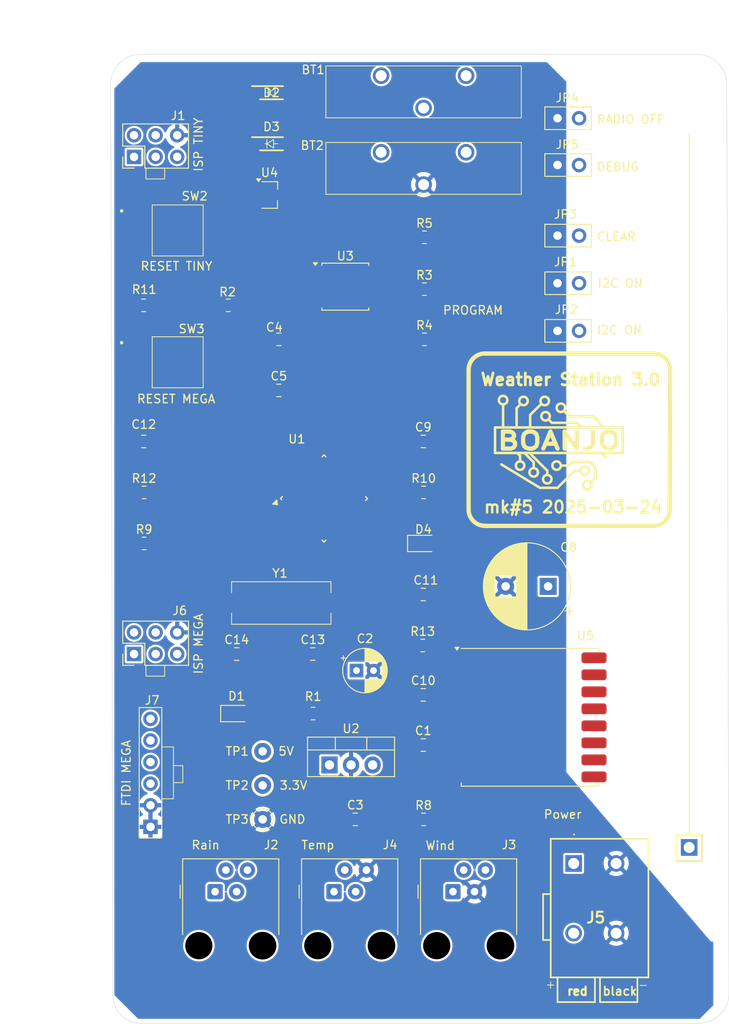
<source format=kicad_pcb>
(kicad_pcb (version 20241229) (generator "pcbnew") (generator_version "9.0")
  (title_block (title "ws 3.0") (date "2025-03-10") (rev "#3") (company "BOANJO"))
  (layers (0 "F.Cu" signal) (2 "B.Cu" signal) (13 "F.Paste" user) (15 "B.Paste" user) (5 "F.SilkS" user "F.Silkscreen") (7 "B.SilkS" user "B.Silkscreen") (1 "F.Mask" user) (3 "B.Mask" user) (25 "Edge.Cuts" user))
  (net 0 "")
  (net 1 "+3.3V")
  (net 2 "/Attiny85/BATTERY")
  (net 3 "Net-(C3-Pad1)")
  (net 4 "OPT_CLEAR")
  (net 5 "OPT_DEBUG")
  (net 6 "BACKUP_IN")
  (net 7 "BACKUP_POWER")
  (net 8 "Net-(D1-K)")
  (net 9 "Net-(J1-MISO)")
  (net 10 "Net-(J1-~{RST})")
  (net 11 "RAIN")
  (net 13 "WIND_SPEED")
  (net 14 "WIND_DIR")
  (net 15 "SCK")
  (net 16 "MOSI")
  (net 17 "MISO")
  (net 18 "DIO0")
  (net 20 "GND")
  (net 21 "I2C_SCL")
  (net 22 "I2C_SDA")
  (net 27 "Net-(U1-AREF)")
  (net 28 "Net-(U1-XTAL2{slash}PB7)")
  (net 29 "Net-(U1-XTAL1{slash}PB6)")
  (net 30 "Net-(D4-A)")
  (net 31 "TEMP_1W")
  (net 32 "TXD")
  (net 33 "RXD")
  (net 34 "Net-(U1-PC0)")
  (net 43 "Net-(J7-Pin_6)")
  (net 46 "ANTENNA")
  (net 47 "RAW")
  (net 48 "BAT")
  (net 49 "Net-(J6-~{RST})")
  (net 50 "Net-(J1-MOSI)")
  (net 51 "Net-(J1-SCK)")
  (net 52 "Net-(U5-RESET)")
  (net 53 "NSS")
  (footprint "Package_TO_SOT_THT:TO-220-3_Vertical" (layer "F.Cu") (at 67.92 121.043)
    (property "Reference" "U2" (at 2.54 -4.27 0) (layer "F.SilkS"))
    (property "Value" "LF33_TO220")
    (pad "1" thru_hole rect (at 0 0) (size 1.905 2) (drill 1.1) (layers "*.Cu" "*.Mask") (net 47 "RAW"))
    (pad "2" thru_hole oval (at 2.54 0) (size 1.905 2) (drill 1.1) (layers "*.Cu" "*.Mask") (net 20 "GND"))
    (pad "3" thru_hole oval (at 5.08 0) (size 1.905 2) (drill 1.1) (layers "*.Cu" "*.Mask") (net 1 "+3.3V"))
  )
  (footprint "boan_devices:tactile smd 13019319" (layer "F.Cu") (at 49.206 73.693)
    (property "Reference" "SW3" (at 2.494 -3.926124 0) (layer "F.SilkS"))
    (property "Value" "RESET ATMEGA" (hide yes))
    (pad "1" smd rect (at -4.15 -2.25 90) (size 1.4 2.1) (layers "F.Cu" "F.Mask" "F.Paste") (net 49 "Net-(J6-~{RST})"))
    (pad "2" smd rect (at -4.15 2.25 90) (size 1.4 2.1) (layers "F.Cu" "F.Mask" "F.Paste") (net 20 "GND"))
    (pad "3" smd rect (at 5.85 -2.25 90) (size 1.4 2.1) (layers "F.Cu" "F.Mask" "F.Paste") (net 49 "Net-(J6-~{RST})"))
    (pad "4" smd rect (at 5.85 2.25 90) (size 1.4 2.1) (layers "F.Cu" "F.Mask" "F.Paste") (net 20 "GND"))
  )
  (footprint "Capacitor_SMD:C_0805_2012Metric_Pad1.18x1.45mm_HandSolder" (layer "F.Cu") (at 78.9625 101)
    (property "Reference" "C11" (at 0.3 -1.68 0) (layer "F.SilkS"))
    (property "Value" "0.1uF")
    (pad "1" smd roundrect (at -1.0375 0) (size 1.175 1.45) (layers "F.Cu" "F.Mask" "F.Paste") (roundrect_rratio 0.212766) (net 1 "+3.3V"))
    (pad "2" smd roundrect (at 1.0375 0) (size 1.175 1.45) (layers "F.Cu" "F.Mask" "F.Paste") (roundrect_rratio 0.212766) (net 20 "GND"))
  )
  (footprint "Capacitor_SMD:C_0805_2012Metric_Pad1.18x1.45mm_HandSolder" (layer "F.Cu") (at 57 108)
    (property "Reference" "C14" (at 0 -1.68 0) (layer "F.SilkS"))
    (property "Value" "22pF")
    (pad "1" smd roundrect (at -1.0375 0) (size 1.175 1.45) (layers "F.Cu" "F.Mask" "F.Paste") (roundrect_rratio 0.212766) (net 29 "Net-(U1-XTAL1{slash}PB6)"))
    (pad "2" smd roundrect (at 1.0375 0) (size 1.175 1.45) (layers "F.Cu" "F.Mask" "F.Paste") (roundrect_rratio 0.212766) (net 20 "GND"))
  )
  (footprint "boan_devices:Jumper 2p" (layer "F.Cu") (at 96.06 70 90)
    (property "Reference" "JP2" (at 2.5 -0.26 180) (layer "F.SilkS"))
    (property "Value" "SDA" (hide yes))
    (pad "1" thru_hole rect (at 0 -1.3 90) (size 1.7 1.7) (drill 1) (layers "*.Cu" "*.Mask") (net 50 "Net-(J1-MOSI)"))
    (pad "2" thru_hole oval (at 0 1.24 90) (size 1.7 1.7) (drill 1) (layers "*.Cu" "*.Mask") (net 22 "I2C_SDA"))
  )
  (footprint "boan_devices:AVR ISP 6p" (layer "F.Cu") (at 44.92 49.54 90)
    (property "Reference" "J1" (at 4.84 5.18 180) (layer "F.SilkS"))
    (property "Value" "ISP TINY" (at 1.44 7.58 270) (layer "F.SilkS"))
    (pad "1" thru_hole rect (at 0 0 90) (size 1.7 1.7) (drill 1) (layers "*.Cu" "*.Mask") (net 9 "Net-(J1-MISO)"))
    (pad "2" thru_hole oval (at 2.54 0 90) (size 1.7 1.7) (drill 1) (layers "*.Cu" "*.Mask") (net 47 "RAW"))
    (pad "3" thru_hole oval (at 0 2.54 90) (size 1.7 1.7) (drill 1) (layers "*.Cu" "*.Mask") (net 51 "Net-(J1-SCK)"))
    (pad "4" thru_hole oval (at 2.54 2.54 90) (size 1.7 1.7) (drill 1) (layers "*.Cu" "*.Mask") (net 50 "Net-(J1-MOSI)"))
    (pad "5" thru_hole oval (at 0 5.08 90) (size 1.7 1.7) (drill 1) (layers "*.Cu" "*.Mask") (net 10 "Net-(J1-~{RST})"))
    (pad "6" thru_hole oval (at 2.54 5.08 90) (size 1.7 1.7) (drill 1) (layers "*.Cu" "*.Mask") (net 20 "GND"))
  )
  (footprint "Capacitor_SMD:C_0805_2012Metric_Pad1.18x1.45mm_HandSolder" (layer "F.Cu") (at 78.9625 83)
    (property "Reference" "C9" (at 0 -1.68 0) (layer "F.SilkS"))
    (property "Value" "0.1uF")
    (pad "1" smd roundrect (at -1.0375 0) (size 1.175 1.45) (layers "F.Cu" "F.Mask" "F.Paste") (roundrect_rratio 0.212766) (net 27 "Net-(U1-AREF)"))
    (pad "2" smd roundrect (at 1.0375 0) (size 1.175 1.45) (layers "F.Cu" "F.Mask" "F.Paste") (roundrect_rratio 0.212766) (net 20 "GND"))
  )
  (footprint "Capacitor_SMD:C_0805_2012Metric_Pad1.18x1.45mm_HandSolder" (layer "F.Cu") (at 61.9625 71)
    (property "Reference" "C4" (at -0.533195 -1.419372 0) (layer "F.SilkS"))
    (property "Value" "1uF")
    (pad "1" smd roundrect (at -1.0375 0) (size 1.175 1.45) (layers "F.Cu" "F.Mask" "F.Paste") (roundrect_rratio 0.212766) (net 6 "BACKUP_IN"))
    (pad "2" smd roundrect (at 1.0375 0) (size 1.175 1.45) (layers "F.Cu" "F.Mask" "F.Paste") (roundrect_rratio 0.212766) (net 20 "GND"))
  )
  (footprint "Connector_Pin:Pin_D1.0mm_L10.0mm" (layer "F.Cu") (at 60.056 119.443)
    (property "Reference" "TP1" (at -3 0 0) (layer "F.SilkS"))
    (property "Value" "12V")
    (pad "1" thru_hole circle (at 0 0) (size 2 2) (drill 1) (layers "*.Cu" "*.Mask") (net 47 "RAW"))
  )
  (footprint "boan_devices:RJ10 Horizontal" (layer "F.Cu") (at 54.456 135.943)
    (property "Reference" "J2" (at 6.6 -5.5 0) (layer "F.SilkS"))
    (property "Value" "Rain")
    (pad "" np_thru_hole circle (at -1.91 6.35) (size 3.25 3.25) (drill 3.2) (layers "*.Mask"))
    (pad "" np_thru_hole circle (at 5.59 6.35) (size 3.25 3.25) (drill 3.25) (layers "*.Mask"))
    (pad "1" thru_hole roundrect (at 0 0) (size 1.8 1.8) (drill 0.9) (layers "*.Cu" "*.Mask") (roundrect_rratio 0.1388888889))
    (pad "2" thru_hole circle (at 1.27 -2.54) (size 1.8 1.8) (drill 0.9) (layers "*.Cu" "*.Mask"))
    (pad "3" thru_hole circle (at 2.54 0) (size 1.8 1.8) (drill 0.9) (layers "*.Cu" "*.Mask") (net 11 "RAIN"))
    (pad "4" thru_hole circle (at 3.81 -2.54) (size 1.8 1.8) (drill 0.9) (layers "*.Cu" "*.Mask") (net 3 "Net-(C3-Pad1)"))
  )
  (footprint "boan_devices:AVR ISP 6p" (layer "F.Cu") (at 44.92 108 90)
    (property "Reference" "J6" (at 5.1 5.38 180) (layer "F.SilkS"))
    (property "Value" "ISP MEGA" (at 1.2 7.58 270) (layer "F.SilkS"))
    (pad "1" thru_hole rect (at 0 0 90) (size 1.7 1.7) (drill 1) (layers "*.Cu" "*.Mask") (net 17 "MISO"))
    (pad "2" thru_hole oval (at 2.54 0 90) (size 1.7 1.7) (drill 1) (layers "*.Cu" "*.Mask") (net 47 "RAW"))
    (pad "3" thru_hole oval (at 0 2.54 90) (size 1.7 1.7) (drill 1) (layers "*.Cu" "*.Mask") (net 15 "SCK"))
    (pad "4" thru_hole oval (at 2.54 2.54 90) (size 1.7 1.7) (drill 1) (layers "*.Cu" "*.Mask") (net 16 "MOSI"))
    (pad "5" thru_hole oval (at 0 5.08 90) (size 1.7 1.7) (drill 1) (layers "*.Cu" "*.Mask") (net 49 "Net-(J6-~{RST})"))
    (pad "6" thru_hole oval (at 2.54 5.08 90) (size 1.7 1.7) (drill 1) (layers "*.Cu" "*.Mask") (net 20 "GND"))
  )
  (footprint "Capacitor_THT:CP_Radial_D5.0mm_P2.00mm" (layer "F.Cu") (at 71.1009 109.943)
    (property "Reference" "C2" (at 1 -3.75 0) (layer "F.SilkS"))
    (property "Value" "2.2uF")
    (pad "1" thru_hole rect (at 0 0) (size 1.6 1.6) (drill 0.8) (layers "*.Cu" "*.Mask") (net 1 "+3.3V"))
    (pad "2" thru_hole circle (at 2 0) (size 1.6 1.6) (drill 0.8) (layers "*.Cu" "*.Mask") (net 20 "GND"))
  )
  (footprint "boan_devices:CR2032 standing 1074" (layer "F.Cu") (at 74 40)
    (property "Reference" "BT1" (at -8 -0.7 0) (layer "F.SilkS"))
    (property "Value" "CR2032" (hide yes))
    (pad "1" thru_hole circle (at 0 0) (size 1.95 1.95) (drill 1.3) (layers "*.Cu" "*.Mask") (net 2 "/Attiny85/BATTERY"))
    (pad "2" thru_hole circle (at 5 3.8) (size 1.95 1.95) (drill 1.3) (layers "*.Cu" "*.Mask") (net 48 "BAT"))
    (pad "3" thru_hole circle (at 10 0) (size 1.95 1.95) (drill 1.3) (layers "*.Cu" "*.Mask") (net 2 "/Attiny85/BATTERY"))
  )
  (footprint "Resistor_SMD:R_0805_2012Metric_Pad1.20x1.40mm_HandSolder" (layer "F.Cu") (at 79 89)
    (property "Reference" "R10" (at 0 -1.65 0) (layer "F.SilkS"))
    (property "Value" "330")
    (pad "1" smd roundrect (at -1 0) (size 1.2 1.4) (layers "F.Cu" "F.Mask" "F.Paste") (roundrect_rratio 0.208333) (net 34 "Net-(U1-PC0)"))
    (pad "2" smd roundrect (at 1 0) (size 1.2 1.4) (layers "F.Cu" "F.Mask" "F.Paste") (roundrect_rratio 0.208333) (net 30 "Net-(D4-A)"))
  )
  (footprint "Resistor_SMD:R_0805_2012Metric_Pad1.20x1.40mm_HandSolder" (layer "F.Cu") (at 46.1 89)
    (property "Reference" "R12" (at 0 -1.65 0) (layer "F.SilkS"))
    (property "Value" "10k")
    (pad "1" smd roundrect (at -1 0) (size 1.2 1.4) (layers "F.Cu" "F.Mask" "F.Paste") (roundrect_rratio 0.208333) (net 49 "Net-(J6-~{RST})"))
    (pad "2" smd roundrect (at 1 0) (size 1.2 1.4) (layers "F.Cu" "F.Mask" "F.Paste") (roundrect_rratio 0.208333) (net 1 "+3.3V"))
  )
  (footprint "boan_devices:Jumper 2p" (layer "F.Cu") (at 96.06 50.5 90)
    (property "Reference" "JP5" (at 2.4 -0.16 180) (layer "F.SilkS"))
    (property "Value" "DEBUG" (hide yes))
    (pad "1" thru_hole rect (at 0 -1.3 90) (size 1.7 1.7) (drill 1) (layers "*.Cu" "*.Mask") (net 20 "GND"))
    (pad "2" thru_hole oval (at 0 1.24 90) (size 1.7 1.7) (drill 1) (layers "*.Cu" "*.Mask") (net 5 "OPT_DEBUG"))
  )
  (footprint "boan_devices:FTDI 6p" (layer "F.Cu") (at 46.856 128.323 180)
    (property "Reference" "J7" (at -0.2 14.88 0) (layer "F.SilkS"))
    (property "Value" "FTDI MEGA")
    (pad "1" thru_hole rect (at 0 0 180) (size 1.7 1.7) (drill 1) (layers "*.Cu" "*.Mask") (net 20 "GND"))
    (pad "2" thru_hole oval (at 0 2.54 180) (size 1.7 1.7) (drill 1) (layers "*.Cu" "*.Mask") (net 20 "GND"))
    (pad "3" thru_hole oval (at 0 5.08 180) (size 1.7 1.7) (drill 1) (layers "*.Cu" "*.Mask") (net 1 "+3.3V"))
    (pad "4" thru_hole oval (at 0 7.62 180) (size 1.7 1.7) (drill 1) (layers "*.Cu" "*.Mask") (net 32 "TXD"))
    (pad "5" thru_hole oval (at 0 10.16 180) (size 1.7 1.7) (drill 1) (layers "*.Cu" "*.Mask") (net 33 "RXD"))
    (pad "6" thru_hole oval (at 0 12.7 180) (size 1.7 1.7) (drill 1) (layers "*.Cu" "*.Mask") (net 43 "Net-(J7-Pin_6)"))
  )
  (footprint "Resistor_SMD:R_0805_2012Metric_Pad1.20x1.40mm_HandSolder" (layer "F.Cu") (at 79 127.443)
    (property "Reference" "R8" (at 0 -1.65 0) (layer "F.SilkS"))
    (property "Value" "2k2")
    (pad "1" smd roundrect (at -1 0) (size 1.2 1.4) (layers "F.Cu" "F.Mask" "F.Paste") (roundrect_rratio 0.208333) (net 1 "+3.3V"))
    (pad "2" smd roundrect (at 1 0) (size 1.2 1.4) (layers "F.Cu" "F.Mask" "F.Paste") (roundrect_rratio 0.208333) (net 31 "TEMP_1W"))
  )
  (footprint "boan_devices:Antenna 868MHz" (layer "F.Cu") (at 110.256 130.843)
    (property "Reference" "AE1" (hide yes))
    (property "Value" "Antenna" (hide yes))
    (pad "1" thru_hole rect (at 0 -0.1) (size 1.95 1.95) (drill 1.3) (layers "*.Cu" "*.Mask") (net 46 "ANTENNA"))
  )
  (footprint "Capacitor_SMD:C_0805_2012Metric_Pad1.18x1.45mm_HandSolder" (layer "F.Cu") (at 65.9625 108)
    (property "Reference" "C13" (at 0 -1.68 0) (layer "F.SilkS"))
    (property "Value" "22pF")
    (pad "1" smd roundrect (at -1.0375 0) (size 1.175 1.45) (layers "F.Cu" "F.Mask" "F.Paste") (roundrect_rratio 0.212766) (net 28 "Net-(U1-XTAL2{slash}PB7)"))
    (pad "2" smd roundrect (at 1.0375 0) (size 1.175 1.45) (layers "F.Cu" "F.Mask" "F.Paste") (roundrect_rratio 0.212766) (net 20 "GND"))
  )
  (footprint "Connector_Pin:Pin_D1.0mm_L10.0mm" (layer "F.Cu") (at 60.056 123.443)
    (property "Reference" "TP2" (at -3 0 0) (layer "F.SilkS"))
    (property "Value" "3.3V")
    (pad "1" thru_hole circle (at 0 0) (size 2 2) (drill 1) (layers "*.Cu" "*.Mask") (net 1 "+3.3V"))
  )
  (footprint "boan_devices:Jumper 2p" (layer "F.Cu") (at 96.06 64.4 90)
    (property "Reference" "JP1" (at 2.5 -0.36 180) (layer "F.SilkS"))
    (property "Value" "SCL" (hide yes))
    (pad "1" thru_hole rect (at 0 -1.3 90) (size 1.7 1.7) (drill 1) (layers "*.Cu" "*.Mask") (net 51 "Net-(J1-SCK)"))
    (pad "2" thru_hole oval (at 0 1.24 90) (size 1.7 1.7) (drill 1) (layers "*.Cu" "*.Mask") (net 21 "I2C_SCL"))
  )
  (footprint "Package_QFP:TQFP-32_7x7mm_P0.8mm" (layer "F.Cu") (at 67.2776 89.712 45)
    (property "Reference" "U1" (at 2.67647 -7.201953 0) (layer "F.SilkS"))
    (property "Value" "ATmega328P-A")
    (pad "1" smd rect (at -4.25 -2.8 45) (size 1.6 0.55) (layers "F.Cu" "F.Mask" "F.Paste"))
    (pad "2" smd rect (at -4.25 -2 45) (size 1.6 0.55) (layers "F.Cu" "F.Mask" "F.Paste") (net 13 "WIND_SPEED"))
    (pad "3" smd rect (at -4.25 -1.2 45) (size 1.6 0.55) (layers "F.Cu" "F.Mask" "F.Paste") (net 20 "GND"))
    (pad "4" smd rect (at -4.25 -0.4 45) (size 1.6 0.55) (layers "F.Cu" "F.Mask" "F.Paste") (net 1 "+3.3V"))
    (pad "5" smd rect (at -4.25 0.4 45) (size 1.6 0.55) (layers "F.Cu" "F.Mask" "F.Paste") (net 20 "GND"))
    (pad "6" smd rect (at -4.25 1.2 45) (size 1.6 0.55) (layers "F.Cu" "F.Mask" "F.Paste") (net 1 "+3.3V"))
    (pad "7" smd rect (at -4.25 2 45) (size 1.6 0.55) (layers "F.Cu" "F.Mask" "F.Paste") (net 29 "Net-(U1-XTAL1{slash}PB6)"))
    (pad "8" smd rect (at -4.25 2.8 45) (size 1.6 0.55) (layers "F.Cu" "F.Mask" "F.Paste") (net 28 "Net-(U1-XTAL2{slash}PB7)"))
    (pad "9" smd rect (at -2.8 4.25 135) (size 1.6 0.55) (layers "F.Cu" "F.Mask" "F.Paste") (net 5 "OPT_DEBUG"))
    (pad "10" smd rect (at -2 4.25 135) (size 1.6 0.55) (layers "F.Cu" "F.Mask" "F.Paste") (net 31 "TEMP_1W"))
    (pad "11" smd rect (at -1.2 4.25 135) (size 1.6 0.55) (layers "F.Cu" "F.Mask" "F.Paste"))
    (pad "12" smd rect (at -0.4 4.25 135) (size 1.6 0.55) (layers "F.Cu" "F.Mask" "F.Paste"))
    (pad "13" smd rect (at 0.4 4.25 135) (size 1.6 0.55) (layers "F.Cu" "F.Mask" "F.Paste"))
    (pad "14" smd rect (at 1.2 4.25 135) (size 1.6 0.55) (layers "F.Cu" "F.Mask" "F.Paste") (net 53 "NSS"))
    (pad "15" smd rect (at 2 4.25 135) (size 1.6 0.55) (layers "F.Cu" "F.Mask" "F.Paste") (net 16 "MOSI"))
    (pad "16" smd rect (at 2.8 4.25 135) (size 1.6 0.55) (layers "F.Cu" "F.Mask" "F.Paste") (net 17 "MISO"))
    (pad "17" smd rect (at 4.25 2.8 45) (size 1.6 0.55) (layers "F.Cu" "F.Mask" "F.Paste") (net 15 "SCK"))
    (pad "18" smd rect (at 4.25 2 45) (size 1.6 0.55) (layers "F.Cu" "F.Mask" "F.Paste") (net 1 "+3.3V"))
    (pad "19" smd rect (at 4.25 1.2 45) (size 1.6 0.55) (layers "F.Cu" "F.Mask" "F.Paste"))
    (pad "20" smd rect (at 4.25 0.4 45) (size 1.6 0.55) (layers "F.Cu" "F.Mask" "F.Paste") (net 27 "Net-(U1-AREF)"))
    (pad "21" smd rect (at 4.25 -0.4 45) (size 1.6 0.55) (layers "F.Cu" "F.Mask" "F.Paste") (net 20 "GND"))
    (pad "22" smd rect (at 4.25 -1.2 45) (size 1.6 0.55) (layers "F.Cu" "F.Mask" "F.Paste"))
    (pad "23" smd rect (at 4.25 -2 45) (size 1.6 0.55) (layers "F.Cu" "F.Mask" "F.Paste") (net 34 "Net-(U1-PC0)"))
    (pad "24" smd rect (at 4.25 -2.8 45) (size 1.6 0.55) (layers "F.Cu" "F.Mask" "F.Paste"))
    (pad "25" smd rect (at 2.8 -4.25 135) (size 1.6 0.55) (layers "F.Cu" "F.Mask" "F.Paste") (net 14 "WIND_DIR"))
    (pad "26" smd rect (at 2 -4.25 135) (size 1.6 0.55) (layers "F.Cu" "F.Mask" "F.Paste"))
    (pad "27" smd rect (at 1.2 -4.25 135) (size 1.6 0.55) (layers "F.Cu" "F.Mask" "F.Paste") (net 22 "I2C_SDA"))
    (pad "28" smd rect (at 0.4 -4.25 135) (size 1.6 0.55) (layers "F.Cu" "F.Mask" "F.Paste") (net 21 "I2C_SCL"))
    (pad "29" smd rect (at -0.4 -4.25 135) (size 1.6 0.55) (layers "F.Cu" "F.Mask" "F.Paste") (net 49 "Net-(J6-~{RST})"))
    (pad "30" smd rect (at -1.2 -4.25 135) (size 1.6 0.55) (layers "F.Cu" "F.Mask" "F.Paste") (net 32 "TXD"))
    (pad "31" smd rect (at -2 -4.25 135) (size 1.6 0.55) (layers "F.Cu" "F.Mask" "F.Paste") (net 33 "RXD"))
    (pad "32" smd rect (at -2.8 -4.25 135) (size 1.6 0.55) (layers "F.Cu" "F.Mask" "F.Paste") (net 18 "DIO0"))
  )
  (footprint "LED_SMD:LED_0805_2012Metric_Pad1.15x1.40mm_HandSolder" (layer "F.Cu") (at 56.975 115)
    (property "Reference" "D1" (at 0 -2.045 0) (layer "F.SilkS"))
    (property "Value" "GREEN")
    (pad "1" smd roundrect (at -1.025 0) (size 1.15 1.4) (layers "F.Cu" "F.Mask" "F.Paste") (roundrect_rratio 0.217391) (net 8 "Net-(D1-K)"))
    (pad "2" smd roundrect (at 1.025 0) (size 1.15 1.4) (layers "F.Cu" "F.Mask" "F.Paste") (roundrect_rratio 0.217391) (net 1 "+3.3V"))
  )
  (footprint "Capacitor_SMD:C_0805_2012Metric_Pad1.18x1.45mm_HandSolder" (layer "F.Cu") (at 78.9625 118.7)
    (property "Reference" "C1" (at 0 -1.68 0) (layer "F.SilkS"))
    (property "Value" "0.1uF")
    (pad "1" smd roundrect (at -1.0375 0) (size 1.175 1.45) (layers "F.Cu" "F.Mask" "F.Paste") (roundrect_rratio 0.212766) (net 47 "RAW"))
    (pad "2" smd roundrect (at 1.0375 0) (size 1.175 1.45) (layers "F.Cu" "F.Mask" "F.Paste") (roundrect_rratio 0.212766) (net 20 "GND"))
  )
  (footprint "Resistor_SMD:R_0805_2012Metric_Pad1.20x1.40mm_HandSolder" (layer "F.Cu") (at 46.056 67)
    (property "Reference" "R11" (at 0.06 -1.86 0) (layer "F.SilkS"))
    (property "Value" "4k7")
    (pad "1" smd roundrect (at -1 0) (size 1.2 1.4) (layers "F.Cu" "F.Mask" "F.Paste") (roundrect_rratio 0.208333) (net 10 "Net-(J1-~{RST})"))
    (pad "2" smd roundrect (at 1 0) (size 1.2 1.4) (layers "F.Cu" "F.Mask" "F.Paste") (roundrect_rratio 0.208333) (net 7 "BACKUP_POWER"))
  )
  (footprint "Capacitor_SMD:C_0805_2012Metric_Pad1.18x1.45mm_HandSolder" (layer "F.Cu") (at 46.0625 83 180)
    (property "Reference" "C12" (at 0 2 0) (layer "F.SilkS"))
    (property "Value" "0.1uF")
    (pad "1" smd roundrect (at -1.0375 0 180) (size 1.175 1.45) (layers "F.Cu" "F.Mask" "F.Paste") (roundrect_rratio 0.212766) (net 49 "Net-(J6-~{RST})"))
    (pad "2" smd roundrect (at 1.0375 0 180) (size 1.175 1.45) (layers "F.Cu" "F.Mask" "F.Paste") (roundrect_rratio 0.212766) (net 43 "Net-(J7-Pin_6)"))
  )
  (footprint "boan_devices:Jumper 2p" (layer "F.Cu") (at 96.06 45 90)
    (property "Reference" "JP4" (at 2.4 -0.16 180) (layer "F.SilkS"))
    (property "Value" "PROGRAM MEGA" (hide yes))
    (pad "1" thru_hole rect (at 0 -1.3 90) (size 1.7 1.7) (drill 1) (layers "*.Cu" "*.Mask") (net 20 "GND"))
    (pad "2" thru_hole oval (at 0 1.24 90) (size 1.7 1.7) (drill 1) (layers "*.Cu" "*.Mask") (net 52 "Net-(U5-RESET)"))
  )
  (footprint "Resistor_SMD:R_0805_2012Metric_Pad1.20x1.40mm_HandSolder" (layer "F.Cu") (at 79.1 71)
    (property "Reference" "R4" (at 0 -1.65 0) (layer "F.SilkS"))
    (property "Value" "4k7")
    (pad "1" smd roundrect (at -1 0) (size 1.2 1.4) (layers "F.Cu" "F.Mask" "F.Paste") (roundrect_rratio 0.208333) (net 1 "+3.3V"))
    (pad "2" smd roundrect (at 1 0) (size 1.2 1.4) (layers "F.Cu" "F.Mask" "F.Paste") (roundrect_rratio 0.208333) (net 22 "I2C_SDA"))
  )
  (footprint "boan_devices:wago 26041102" (layer "F.Cu") (at 96.6617 132.6245)
    (property "Reference" "J5" (at 2.6 6.375 0) (layer "F.SilkS") (effects (font (size 1.27 1.27) (thickness 0.254))))
    (property "Value" "2604-1102" (hide yes))
    (fp_text user "-" (at 7.5 14.85 0) (layer "F.SilkS") (effects (font (thickness 0.1)) (justify left bottom)))
    (fp_text user "+" (at -3.4 14.8 0) (layer "F.SilkS") (effects (font (thickness 0.1)) (justify left bottom)))
    (fp_text user "red" (at -0.9 15.6 0) (layer "F.SilkS") (effects (font (thickness 0.25) (bold yes)) (justify left bottom)))
    (fp_text user "black" (at 3.3 15.6 0) (layer "F.SilkS") (effects (font (thickness 0.2) (bold yes)) (justify left bottom)))
    (pad "1" thru_hole rect (at 0 0) (size 1.95 1.95) (drill 1.3) (layers "*.Cu" "*.Mask") (net 47 "RAW"))
    (pad "2" thru_hole circle (at 0 8.2) (size 1.95 1.95) (drill 1.3) (layers "*.Cu" "*.Mask") (net 47 "RAW"))
    (pad "3" thru_hole circle (at 5 0) (size 1.95 1.95) (drill 1.3) (layers "*.Cu" "*.Mask") (net 20 "GND"))
    (pad "4" thru_hole circle (at 5 8.2) (size 1.95 1.95) (drill 1.3) (layers "*.Cu" "*.Mask") (net 20 "GND"))
  )
  (footprint "boan_devices:CR2032 standing 1074" (layer "F.Cu") (at 74 49)
    (property "Reference" "BT2" (at -8.1 -0.8 0) (layer "F.SilkS"))
    (property "Value" "CR2032" (hide yes))
    (pad "1" thru_hole circle (at 0 0) (size 1.95 1.95) (drill 1.3) (layers "*.Cu" "*.Mask") (net 48 "BAT"))
    (pad "2" thru_hole circle (at 5 3.8) (size 1.95 1.95) (drill 1.3) (layers "*.Cu" "*.Mask") (net 20 "GND"))
    (pad "3" thru_hole circle (at 10 0) (size 1.95 1.95) (drill 1.3) (layers "*.Cu" "*.Mask") (net 48 "BAT"))
  )
  (footprint "boan_devices:1N5819HW" (layer "F.Cu") (at 61.1 48)
    (property "Reference" "D3" (at 0 -2 0) (layer "F.SilkS"))
    (property "Value" "1N5819WS" (hide yes))
    (pad "1" smd rect (at -1.9 0 90) (size 1 1.6) (layers "F.Cu" "F.Mask" "F.Paste") (net 6 "BACKUP_IN"))
    (pad "2" smd rect (at 1.9 0 90) (size 1 1.6) (layers "F.Cu" "F.Mask" "F.Paste") (net 47 "RAW"))
  )
  (footprint "boan_devices:BAP70" (layer "F.Cu") (at 61.1 42)
    (property "Reference" "D2" (at 0 0 0) (layer "F.SilkS"))
    (property "Value" "BAP70" (hide yes))
    (pad "1" smd rect (at -1.6 0 90) (size 1 1.8) (layers "F.Cu" "F.Mask" "F.Paste") (net 6 "BACKUP_IN"))
    (pad "2" smd rect (at 1.6 0.05 90) (size 0.9 1.8) (layers "F.Cu" "F.Mask" "F.Paste") (net 2 "/Attiny85/BATTERY"))
  )
  (footprint "boan_devices:Crystal SMD FOXSDLF08020" (layer "F.Cu") (at 62.25 102 180)
    (property "Reference" "Y1" (at 0.15 3.5 180) (layer "F.SilkS"))
    (property "Value" "Crystal" (hide yes))
    (pad "1" smd rect (at -4.75 0 270) (size 2 5.5) (layers "F.Cu" "F.Mask" "F.Paste") (net 28 "Net-(U1-XTAL2{slash}PB7)"))
    (pad "2" smd rect (at 4.75 0 270) (size 2 5.5) (layers "F.Cu" "F.Mask" "F.Paste") (net 29 "Net-(U1-XTAL1{slash}PB6)"))
  )
  (footprint "Resistor_SMD:R_0805_2012Metric_Pad1.20x1.40mm_HandSolder" (layer "F.Cu") (at 56 67)
    (property "Reference" "R2" (at -0.076094 -1.572011 0) (layer "F.SilkS"))
    (property "Value" "4k7")
    (pad "1" smd roundrect (at -1 0) (size 1.2 1.4) (layers "F.Cu" "F.Mask" "F.Paste") (roundrect_rratio 0.208333) (net 7 "BACKUP_POWER"))
    (pad "2" smd roundrect (at 1 0) (size 1.2 1.4) (layers "F.Cu" "F.Mask" "F.Paste") (roundrect_rratio 0.208333) (net 11 "RAIN"))
  )
  (footprint "boan_devices:RJ10 Horizontal" (layer "F.Cu") (at 68.456 135.943)
    (property "Reference" "J4" (at 6.6 -5.5 0) (layer "F.SilkS"))
    (property "Value" "Temp")
    (pad "" np_thru_hole circle (at -1.91 6.35) (size 3.25 3.25) (drill 3.2) (layers "*.Mask"))
    (pad "" np_thru_hole circle (at 5.59 6.35) (size 3.25 3.25) (drill 3.25) (layers "*.Mask"))
    (pad "1" thru_hole roundrect (at 0 0) (size 1.8 1.8) (drill 0.9) (layers "*.Cu" "*.Mask") (roundrect_rratio 0.1388888889) (net 31 "TEMP_1W"))
    (pad "2" thru_hole circle (at 1.27 -2.54) (size 1.8 1.8) (drill 0.9) (layers "*.Cu" "*.Mask"))
    (pad "3" thru_hole circle (at 2.54 0) (size 1.8 1.8) (drill 0.9) (layers "*.Cu" "*.Mask") (net 1 "+3.3V"))
    (pad "4" thru_hole circle (at 3.81 -2.54) (size 1.8 1.8) (drill 0.9) (layers "*.Cu" "*.Mask") (net 20 "GND"))
  )
  (footprint "Capacitor_SMD:C_0805_2012Metric_Pad1.18x1.45mm_HandSolder" (layer "F.Cu") (at 78.9625 112.8)
    (property "Reference" "C10" (at 0 -1.68 0) (layer "F.SilkS"))
    (property "Value" "0.1uF")
    (pad "1" smd roundrect (at -1.0375 0) (size 1.175 1.45) (layers "F.Cu" "F.Mask" "F.Paste") (roundrect_rratio 0.212766) (net 1 "+3.3V"))
    (pad "2" smd roundrect (at 1.0375 0) (size 1.175 1.45) (layers "F.Cu" "F.Mask" "F.Paste") (roundrect_rratio 0.212766) (net 20 "GND"))
  )
  (footprint "Capacitor_SMD:C_0805_2012Metric_Pad1.18x1.45mm_HandSolder" (layer "F.Cu") (at 70.9625 127.443)
    (property "Reference" "C3" (at 0 -1.68 0) (layer "F.SilkS"))
    (property "Value" "0.1uF")
    (pad "1" smd roundrect (at -1.0375 0) (size 1.175 1.45) (layers "F.Cu" "F.Mask" "F.Paste") (roundrect_rratio 0.212766) (net 3 "Net-(C3-Pad1)"))
    (pad "2" smd roundrect (at 1.0375 0) (size 1.175 1.45) (layers "F.Cu" "F.Mask" "F.Paste") (roundrect_rratio 0.212766) (net 20 "GND"))
  )
  (footprint "Package_SO:SOIC-8_5.3x5.3mm_P1.27mm" (layer "F.Cu") (at 69.7875 64.805)
    (property "Reference" "U3" (at 0 -3.6 0) (layer "F.SilkS"))
    (property "Value" "ATtiny85V-10S")
    (pad "1" smd roundrect (at -3.5875 -1.905) (size 1.625 0.65) (layers "F.Cu" "F.Mask" "F.Paste") (net 10 "Net-(J1-~{RST})"))
    (pad "2" smd roundrect (at -3.5875 -0.635) (size 1.625 0.65) (layers "F.Cu" "F.Mask" "F.Paste") (net 4 "OPT_CLEAR"))
    (pad "3" smd roundrect (at -3.5875 0.635) (size 1.625 0.65) (layers "F.Cu" "F.Mask" "F.Paste") (net 11 "RAIN"))
    (pad "4" smd roundrect (at -3.5875 1.905) (size 1.625 0.65) (layers "F.Cu" "F.Mask" "F.Paste") (net 20 "GND"))
    (pad "5" smd roundrect (at 3.5875 1.905) (size 1.625 0.65) (layers "F.Cu" "F.Mask" "F.Paste") (net 50 "Net-(J1-MOSI)"))
    (pad "6" smd roundrect (at 3.5875 0.635) (size 1.625 0.65) (layers "F.Cu" "F.Mask" "F.Paste") (net 9 "Net-(J1-MISO)"))
    (pad "7" smd roundrect (at 3.5875 -0.635) (size 1.625 0.65) (layers "F.Cu" "F.Mask" "F.Paste") (net 51 "Net-(J1-SCK)"))
    (pad "8" smd roundrect (at 3.5875 -1.905) (size 1.625 0.65) (layers "F.Cu" "F.Mask" "F.Paste") (net 7 "BACKUP_POWER"))
  )
  (footprint "Connector_Pin:Pin_D1.0mm_L10.0mm" (layer "F.Cu") (at 60.056 127.443)
    (property "Reference" "TP3" (at -3 0 0) (layer "F.SilkS"))
    (property "Value" "GND")
    (pad "1" thru_hole circle (at 0 0) (size 2 2) (drill 1) (layers "*.Cu" "*.Mask") (net 20 "GND"))
  )
  (footprint "Capacitor_SMD:C_0805_2012Metric_Pad1.18x1.45mm_HandSolder" (layer "F.Cu") (at 61.9625 77)
    (property "Reference" "C5" (at 0 -1.68 0) (layer "F.SilkS"))
    (property "Value" "1uF")
    (pad "1" smd roundrect (at -1.0375 0) (size 1.175 1.45) (layers "F.Cu" "F.Mask" "F.Paste") (roundrect_rratio 0.212766) (net 7 "BACKUP_POWER"))
    (pad "2" smd roundrect (at 1.0375 0) (size 1.175 1.45) (layers "F.Cu" "F.Mask" "F.Paste") (roundrect_rratio 0.212766) (net 20 "GND"))
  )
  (footprint "Resistor_SMD:R_0805_2012Metric_Pad1.20x1.40mm_HandSolder" (layer "F.Cu") (at 79.1 59)
    (property "Reference" "R5" (at 0 -1.65 0) (layer "F.SilkS"))
    (property "Value" "4k7")
    (pad "1" smd roundrect (at -1 0) (size 1.2 1.4) (layers "F.Cu" "F.Mask" "F.Paste") (roundrect_rratio 0.208333) (net 7 "BACKUP_POWER"))
    (pad "2" smd roundrect (at 1 0) (size 1.2 1.4) (layers "F.Cu" "F.Mask" "F.Paste") (roundrect_rratio 0.208333) (net 4 "OPT_CLEAR"))
  )
  (footprint "boan_devices:HOPERF_RFM9XW_SMD" (layer "F.Cu") (at 91.531 115.443)
    (property "Reference" "U5" (at 6.525 -9.6 0) (layer "F.SilkS"))
    (property "Value" "RFM95W-868S2")
    (pad "1" smd roundrect (at -7.525 -7) (size 2.95 1.27) (layers "F.Cu" "F.Mask" "F.Paste") (net 20 "GND"))
    (pad "2" smd roundrect (at -7.525 -5) (size 2.95 1.27) (layers "F.Cu" "F.Mask" "F.Paste") (net 17 "MISO"))
    (pad "3" smd roundrect (at -7.525 -3) (size 2.95 1.27) (layers "F.Cu" "F.Mask" "F.Paste") (net 16 "MOSI"))
    (pad "4" smd roundrect (at -7.525 -1) (size 2.95 1.27) (layers "F.Cu" "F.Mask" "F.Paste") (net 15 "SCK"))
    (pad "5" smd roundrect (at -7.525 1) (size 2.95 1.27) (layers "F.Cu" "F.Mask" "F.Paste") (net 53 "NSS"))
    (pad "6" smd roundrect (at -7.525 3) (size 2.95 1.27) (layers "F.Cu" "F.Mask" "F.Paste") (net 52 "Net-(U5-RESET)"))
    (pad "7" smd roundrect (at -7.525 5) (size 2.95 1.27) (layers "F.Cu" "F.Mask" "F.Paste"))
    (pad "8" smd roundrect (at -7.525 7) (size 2.95 1.27) (layers "F.Cu" "F.Mask" "F.Paste") (net 20 "GND"))
    (pad "9" smd roundrect (at 7.525 7) (size 2.95 1.27) (layers "F.Cu" "F.Mask" "F.Paste") (net 46 "ANTENNA"))
    (pad "10" smd roundrect (at 7.525 5) (size 2.95 1.27) (layers "F.Cu" "F.Mask" "F.Paste") (net 20 "GND"))
    (pad "11" smd roundrect (at 7.525 3) (size 2.95 1.27) (layers "F.Cu" "F.Mask" "F.Paste"))
    (pad "12" smd roundrect (at 7.525 1) (size 2.95 1.27) (layers "F.Cu" "F.Mask" "F.Paste"))
    (pad "13" smd roundrect (at 7.525 -1) (size 2.95 1.27) (layers "F.Cu" "F.Mask" "F.Paste") (net 1 "+3.3V"))
    (pad "14" smd roundrect (at 7.525 -3) (size 2.95 1.27) (layers "F.Cu" "F.Mask" "F.Paste") (net 18 "DIO0"))
    (pad "15" smd roundrect (at 7.525 -5) (size 2.95 1.27) (layers "F.Cu" "F.Mask" "F.Paste"))
    (pad "16" smd roundrect (at 7.525 -7) (size 2.95 1.27) (layers "F.Cu" "F.Mask" "F.Paste"))
  )
  (footprint "boan_devices:Jumper 2p" (layer "F.Cu") (at 96.06 58.8 90)
    (property "Reference" "JP3" (at 2.5 -0.36 180) (layer "F.SilkS"))
    (property "Value" "CLEAR" (hide yes))
    (pad "1" thru_hole rect (at 0 -1.3 90) (size 1.7 1.7) (drill 1) (layers "*.Cu" "*.Mask") (net 20 "GND"))
    (pad "2" thru_hole oval (at 0 1.24 90) (size 1.7 1.7) (drill 1) (layers "*.Cu" "*.Mask") (net 4 "OPT_CLEAR"))
  )
  (footprint "boan_devices:tactile smd 13019319" (layer "F.Cu") (at 49.206 58.193)
    (property "Reference" "SW2" (at 2.85 -4.035807 0) (layer "F.SilkS"))
    (property "Value" "RESET TINY" (hide yes))
    (pad "1" smd rect (at -4.15 -2.25 90) (size 1.4 2.1) (layers "F.Cu" "F.Mask" "F.Paste") (net 10 "Net-(J1-~{RST})"))
    (pad "2" smd rect (at -4.15 2.25 90) (size 1.4 2.1) (layers "F.Cu" "F.Mask" "F.Paste") (net 20 "GND"))
    (pad "3" smd rect (at 5.85 -2.25 90) (size 1.4 2.1) (layers "F.Cu" "F.Mask" "F.Paste") (net 10 "Net-(J1-~{RST})"))
    (pad "4" smd rect (at 5.85 2.25 90) (size 1.4 2.1) (layers "F.Cu" "F.Mask" "F.Paste") (net 20 "GND"))
  )
  (footprint "boan_devices:RJ10 Horizontal" (layer "F.Cu") (at 82.456 135.943)
    (property "Reference" "J3" (at 6.6 -5.5 0) (layer "F.SilkS"))
    (property "Value" "Wind")
    (pad "" np_thru_hole circle (at -1.91 6.35) (size 3.25 3.25) (drill 3.2) (layers "*.Mask"))
    (pad "" np_thru_hole circle (at 5.59 6.35) (size 3.25 3.25) (drill 3.25) (layers "*.Mask"))
    (pad "1" thru_hole roundrect (at 0 0) (size 1.8 1.8) (drill 0.9) (layers "*.Cu" "*.Mask") (roundrect_rratio 0.1388888889) (net 1 "+3.3V"))
    (pad "2" thru_hole circle (at 1.27 -2.54) (size 1.8 1.8) (drill 0.9) (layers "*.Cu" "*.Mask") (net 14 "WIND_DIR"))
    (pad "3" thru_hole circle (at 2.54 0) (size 1.8 1.8) (drill 0.9) (layers "*.Cu" "*.Mask") (net 20 "GND"))
    (pad "4" thru_hole circle (at 3.81 -2.54) (size 1.8 1.8) (drill 0.9) (layers "*.Cu" "*.Mask") (net 13 "WIND_SPEED"))
  )
  (footprint "boan_devices:SOT-23" (layer "F.Cu") (at 60.8625 54)
    (property "Reference" "U4" (at 0 -2.6 0) (layer "F.SilkS"))
    (property "Value" "XC6206PxxxMR")
    (pad "1" smd roundrect (at -1.3 -0.9) (size 1.8 1) (layers "F.Cu" "F.Mask" "F.Paste") (net 20 "GND"))
    (pad "2" smd roundrect (at -1.3 0.9) (size 1.8 1) (layers "F.Cu" "F.Mask" "F.Paste") (net 7 "BACKUP_POWER"))
    (pad "3" smd roundrect (at 1.3 0) (size 1.8 1) (layers "F.Cu" "F.Mask" "F.Paste") (net 6 "BACKUP_IN"))
  )
  (footprint "Resistor_SMD:R_0805_2012Metric_Pad1.20x1.40mm_HandSolder" (layer "F.Cu") (at 78.9 107)
    (property "Reference" "R13" (at 0 -1.65 0) (layer "F.SilkS"))
    (property "Value" "4k7")
    (pad "1" smd roundrect (at -1 0) (size 1.2 1.4) (layers "F.Cu" "F.Mask" "F.Paste") (roundrect_rratio 0.208333) (net 1 "+3.3V"))
    (pad "2" smd roundrect (at 1 0) (size 1.2 1.4) (layers "F.Cu" "F.Mask" "F.Paste") (roundrect_rratio 0.208333) (net 5 "OPT_DEBUG"))
  )
  (footprint "Resistor_SMD:R_0805_2012Metric_Pad1.20x1.40mm_HandSolder" (layer "F.Cu") (at 66 115)
    (property "Reference" "R1" (at 0 -2 0) (layer "F.SilkS"))
    (property "Value" "1k")
    (pad "1" smd roundrect (at -1 0) (size 1.2 1.4) (layers "F.Cu" "F.Mask" "F.Paste") (roundrect_rratio 0.208333) (net 8 "Net-(D1-K)"))
    (pad "2" smd roundrect (at 1 0) (size 1.2 1.4) (layers "F.Cu" "F.Mask" "F.Paste") (roundrect_rratio 0.208333) (net 20 "GND"))
  )
  (footprint "Resistor_SMD:R_0805_2012Metric_Pad1.20x1.40mm_HandSolder" (layer "F.Cu") (at 46.1 95)
    (property "Reference" "R9" (at 0 -1.65 0) (layer "F.SilkS"))
    (property "Value" "4k7")
    (pad "1" smd roundrect (at -1 0) (size 1.2 1.4) (layers "F.Cu" "F.Mask" "F.Paste") (roundrect_rratio 0.208333) (net 1 "+3.3V"))
    (pad "2" smd roundrect (at 1 0) (size 1.2 1.4) (layers "F.Cu" "F.Mask" "F.Paste") (roundrect_rratio 0.208333) (net 13 "WIND_SPEED"))
  )
  (footprint "Resistor_SMD:R_0805_2012Metric_Pad1.20x1.40mm_HandSolder" (layer "F.Cu") (at 79.1 65.1)
    (property "Reference" "R3" (at 0 -1.65 0) (layer "F.SilkS"))
    (property "Value" "4k7")
    (pad "1" smd roundrect (at -1 0) (size 1.2 1.4) (layers "F.Cu" "F.Mask" "F.Paste") (roundrect_rratio 0.208333) (net 1 "+3.3V"))
    (pad "2" smd roundrect (at 1 0) (size 1.2 1.4) (layers "F.Cu" "F.Mask" "F.Paste") (roundrect_rratio 0.208333) (net 21 "I2C_SCL"))
  )
  (footprint "LED_SMD:LED_0805_2012Metric_Pad1.15x1.40mm_HandSolder" (layer "F.Cu") (at 78.975 95)
    (property "Reference" "D4" (at 0 -1.65 0) (layer "F.SilkS"))
    (property "Value" "BLUE")
    (pad "1" smd roundrect (at -1.025 0) (size 1.15 1.4) (layers "F.Cu" "F.Mask" "F.Paste") (roundrect_rratio 0.217391) (net 20 "GND"))
    (pad "2" smd roundrect (at 1.025 0) (size 1.15 1.4) (layers "F.Cu" "F.Mask" "F.Paste") (roundrect_rratio 0.217391) (net 30 "Net-(D4-A)"))
  )
  (footprint "Capacitor_THT:CP_Radial_D10.0mm_P5.00mm" (layer "F.Cu") (at 93.656 100.043 180)
    (property "Reference" "C8" (at -2.4 4.6 0) (layer "F.SilkS"))
    (property "Value" "1000uF")
    (pad "1" thru_hole rect (at 0 0 180) (size 2 2) (drill 1) (layers "*.Cu" "*.Mask") (net 1 "+3.3V"))
    (pad "2" thru_hole circle (at 5 0 180) (size 2 2) (drill 1) (layers "*.Cu" "*.Mask") (net 20 "GND"))
  )
  (gr_line (start 95.496027 79.409581) (end 96.111494 80.047799) (stroke (width 0.3)) (layer "F.SilkS"))
  (gr_line (start 91.956 86.143) (end 91.956 85.443) (stroke (width 0.3)) (layer "F.SilkS"))
  (gr_line (start 87.408591 81.35782) (end 102.433473 81.35782) (stroke (width 0.3)) (layer "F.SilkS"))
  (gr_circle (center 93.356 80.043) (end 93.856 80.043) (stroke (width 0.3)) (fill no) (layer "F.SilkS"))
  (gr_line (start 86.215007 92.934113) (end 105.930401 92.934113) (stroke (width 0.508)) (layer "F.SilkS"))
  (gr_circle (center 90.356 85.843) (end 90.856 85.843) (stroke (width 0.3)) (fill no) (layer "F.SilkS"))
  (gr_line (start 88.356 78.643) (end 88.356 81.28521) (stroke (width 0.3)) (layer "F.SilkS"))
  (gr_line (start 96.111494 80.047799) (end 99.02743 80.04207) (stroke (width 0.3)) (layer "F.SilkS"))
  (gr_arc (start 107.972904 91.020479) (mid 107.366356 92.419927) (end 105.930401 92.934114) (stroke (width 0.508)) (layer "F.SilkS"))
  (gr_circle (center 98.256 88.143) (end 98.756 88.143) (stroke (width 0.3)) (fill no) (layer "F.SilkS"))
  (gr_line (start 87.408591 84.357612) (end 87.408591 81.35782) (stroke (width 0.3)) (layer "F.SilkS"))
  (gr_line (start 96.785485 86.443) (end 94.749861 88.45563) (stroke (width 0.3)) (layer "F.SilkS"))
  (gr_arc (start 86.215007 92.934112) (mid 86.205311 92.930096) (end 86.201295 92.9204) (stroke (width 0.3048)) (layer "F.SilkS"))
  (gr_line (start 99.956179 84.357612) (end 100.392616 84.871267) (stroke (width 0.3)) (layer "F.SilkS"))
  (gr_line (start 93.556 86.943) (end 93.556 86.443) (stroke (width 0.3)) (layer "F.SilkS"))
  (gr_circle (center 93.556 87.443) (end 94.056 87.443) (stroke (width 0.3)) (fill no) (layer "F.SilkS"))
  (gr_line (start 86.338798 72.667966) (end 106.029804 72.667966) (stroke (width 0.508)) (layer "F.SilkS"))
  (gr_circle (center 95.156 79.043) (end 95.656 79.043) (stroke (width 0.3)) (fill no) (layer "F.SilkS"))
  (gr_arc (start 84.29782 90.880435) (mid 84.29832 90.883799) (end 84.296295 90.886532) (stroke (width 0.3048)) (layer "F.SilkS"))
  (gr_line (start 97.456 86.443) (end 97.056 86.443) (stroke (width 0.3)) (layer "F.SilkS"))
  (gr_arc (start 106.065366 72.66771) (mid 107.480498 73.265198) (end 108.01202 74.706405) (stroke (width 0.508)) (layer "F.SilkS"))
  (gr_line (start 90.356 84.693) (end 90.056 84.393) (stroke (width 0.3)) (layer "F.SilkS"))
  (gr_line (start 96.497198 85.409616) (end 98.631013 85.40691) (stroke (width 0.3)) (layer "F.SilkS"))
  (gr_line (start 99.02743 80.04207) (end 100.059456 81.278917) (stroke (width 0.3)) (layer "F.SilkS"))
  (gr_line (start 91.539948 79.875937) (end 91.539948 81.308125) (stroke (width 0.3)) (layer "F.SilkS"))
  (gr_circle (center 97.956 86.443) (end 98.456 86.443) (stroke (width 0.3)) (fill no) (layer "F.SilkS"))
  (gr_line (start 94.749861 88.45563) (end 92.692595 88.45563) (stroke (width 0.3)) (layer "F.SilkS"))
  (gr_line (start 91.956 85.443) (end 90.956 84.443) (stroke (width 0.3)) (layer "F.SilkS"))
  (gr_line (start 93.556 86.943) (end 93.556 86.443) (stroke (width 0.1)) (layer "F.SilkS"))
  (gr_line (start 84.296295 90.886532) (end 84.296295 74.5816) (stroke (width 0.508)) (layer "F.SilkS"))
  (gr_circle (center 88.356 78.143) (end 88.856 78.143) (stroke (width 0.3)) (fill no) (layer "F.SilkS"))
  (gr_line (start 92.876369 78.568392) (end 91.539948 79.875937) (stroke (width 0.3)) (layer "F.SilkS"))
  (gr_line (start 95.156 85.843) (end 96.056 85.843) (stroke (width 0.3)) (layer "F.SilkS"))
  (gr_line (start 94.102634 80.809643) (end 97.056 80.809643) (stroke (width 0.3)) (layer "F.SilkS"))
  (gr_arc (start 86.201295 92.9204) (mid 84.807477 92.312919) (end 84.29782 90.880434) (stroke (width 0.508)) (layer "F.SilkS"))
  (gr_line (start 92.692595 88.45563) (end 88.142536 85.699084) (stroke (width 0.3)) (layer "F.SilkS"))
  (gr_line (start 98.631013 85.40691) (end 99.254466 86.206301) (stroke (width 0.3)) (layer "F.SilkS"))
  (gr_line (start 89.947354 79.089283) (end 89.947354 81.28521) (stroke (width 0.3)) (layer "F.SilkS"))
  (gr_line (start 97.056 80.809643) (end 97.477705 81.244861) (stroke (width 0.3)) (layer "F.SilkS"))
  (gr_line (start 99.254466 87.294411) (end 98.63734 87.819612) (stroke (width 0.3)) (layer "F.SilkS"))
  (gr_line (start 90.421766 78.614871) (end 89.947354 79.089283) (stroke (width 0.3)) (layer "F.SilkS"))
  (gr_arc (start 84.296295 74.5816) (mid 84.902844 73.182153) (end 86.338799 72.667966) (stroke (width 0.508)) (layer "F.SilkS"))
  (gr_line (start 102.433473 81.35782) (end 102.433473 84.357612) (stroke (width 0.3)) (layer "F.SilkS"))
  (gr_circle (center 90.756 78.243) (end 91.256 78.243) (stroke (width 0.3)) (fill no) (layer "F.SilkS"))
  (gr_line (start 93.556 86.443) (end 91.556 84.443) (stroke (width 0.3)) (layer "F.SilkS"))
  (gr_line (start 108.012276 74.759488) (end 107.972904 91.020479) (stroke (width 0.508)) (layer "F.SilkS"))
  (gr_line (start 96.056 85.843) (end 96.497198 85.409616) (stroke (width 0.3)) (layer "F.SilkS"))
  (gr_line (start 97.056 86.443) (end 96.785485 86.443) (stroke (width 0.3)) (layer "F.SilkS"))
  (gr_circle (center 93.256 78.243) (end 93.756 78.243) (stroke (width 0.3)) (fill no) (layer "F.SilkS"))
  (gr_line (start 99.254466 86.206301) (end 99.254466 87.294411) (stroke (width 0.3)) (layer "F.SilkS"))
  (gr_circle (center 94.656 85.843) (end 95.156 85.843) (stroke (width 0.3)) (fill no) (layer "F.SilkS"))
  (gr_line (start 102.433473 84.357612) (end 87.408591 84.357612) (stroke (width 0.3)) (layer "F.SilkS"))
  (gr_line (start 90.356 85.343) (end 90.356 84.693) (stroke (width 0.3)) (layer "F.SilkS"))
  (gr_line (start 93.693378 80.412021) (end 94.102634 80.809643) (stroke (width 0.3)) (layer "F.SilkS"))
  (gr_circle (center 91.956 86.643) (end 92.456 86.643) (stroke (width 0.3)) (fill no) (layer "F.SilkS"))
  (gr_arc (start 45.712138 151.4166) (mid 43.390822 150.455079) (end 42.429301 148.133763) (stroke (width 0.05)) (layer "Edge.Cuts"))
  (gr_arc (start 111.152016 37.4766) (mid 113.650542 38.511524) (end 114.685466 41.01005) (stroke (width 0.05)) (layer "Edge.Cuts"))
  (gr_arc (start 42.175467 41.01005) (mid 43.210391 38.511524) (end 45.708917 37.4766) (stroke (width 0.05)) (layer "Edge.Cuts"))
  (gr_line (start 114.938732 147.887269) (end 114.685466 41.01005) (stroke (width 0.05)) (layer "Edge.Cuts"))
  (gr_line (start 42.175467 41.01005) (end 42.429302 148.128285) (stroke (width 0.05)) (layer "Edge.Cuts"))
  (gr_line (start 45.712138 151.4166) (end 111.409401 151.4166) (stroke (width 0.05)) (layer "Edge.Cuts"))
  (gr_line (start 111.152016 37.4766) (end 45.708916 37.4766) (stroke (width 0.05)) (layer "Edge.Cuts"))
  (gr_arc (start 114.938732 147.887269) (mid 113.905015 150.382883) (end 111.409401 151.4166) (stroke (width 0.05)) (layer "Edge.Cuts"))
  (gr_text "CLEAR" (at 99.3 59.5 0) (layer "F.SilkS") (effects (font (size 1 1)) (justify left bottom)))
  (gr_text "DEBUG" (at 99.3 51.3 0) (layer "F.SilkS") (effects (font (size 1 1)) (justify left bottom)))
  (gr_text "Wind\n" (at 79.148852 131.11453 0) (layer "F.SilkS") (effects (font (size 1 1)) (justify left bottom)))
  (gr_text "I2C ON" (at 99.3 70.5 0) (layer "F.SilkS") (effects (font (size 1 1)) (justify left bottom)))
  (gr_text "RESET MEGA" (at 45.175362 78.586828 0) (layer "F.SilkS") (effects (font (size 1 1)) (justify left bottom)))
  (gr_text "GND" (at 61.938517 128.020959 0) (layer "F.SilkS") (effects (font (size 1 1)) (justify left bottom)))
  (gr_text "BOANJO" (at 87.408591 84.112257 0) (layer "F.SilkS") (effects (font (size 2 2.5) (thickness 0.5) (bold yes)) (justify left bottom)))
  (gr_text "PROGRAM" (at 81.19274 68.160271 0) (layer "F.SilkS") (effects (font (size 1 1)) (justify left bottom)))
  (gr_text "Weather Station 3.0" (at 85.556 76.543 0) (layer "F.SilkS") (effects (font (size 1.4 1.4) (thickness 0.327152) (bold yes)) (justify left bottom)))
  (gr_text "5V" (at 61.821732 120.018252 0) (layer "F.SilkS") (effects (font (size 1 1)) (justify left bottom)))
  (gr_text "RADIO OFF" (at 99.3 45.7 0) (layer "F.SilkS") (effects (font (size 1 1)) (justify left bottom)))
  (gr_text "mk#5 2025-03-24" (at 85.956 91.543 0) (layer "F.SilkS") (effects (font (size 1.4 1.4) (thickness 0.28) (bold yes)) (justify left bottom)))
  (gr_text "I2C ON" (at 99.4 65 0) (layer "F.SilkS") (effects (font (size 1 1)) (justify left bottom)))
  (gr_text "Power" (at 93.056 127.443 0) (layer "F.SilkS") (effects (font (size 1 1)) (justify left bottom)))
  (gr_text "RESET TINY" (at 45.608965 62.977145 0) (layer "F.SilkS") (effects (font (size 1 1)) (justify left bottom)))
  (gr_text "FTDI MEGA" (at 44 122 90) (layer "F.SilkS") (effects (font (size 1 1))))
  (gr_text "Rain" (at 51.602654 131.047377 0) (layer "F.SilkS") (effects (font (size 1 1)) (justify left bottom)))
  (gr_text "3.3V" (at 61.962785 124.029777 0) (layer "F.SilkS") (effects (font (size 1 1)) (justify left bottom)))
  (gr_text "Temp" (at 64.522909 131.047377 0) (layer "F.SilkS") (effects (font (size 1 1)) (justify left bottom)))
  (zone (net 20) (net_name "GND") (layer "B.Cu") (connect_pads (clearance 0.25)) (min_thickness 0.25) (fill yes (thermal_gap 0.5) (thermal_bridge_width 0.5) (smoothing fillet))
    (polygon (pts (xy 42.6 41.5) (xy 45.7 38.4) (xy 93.5 38.4) (xy 95.8 40.7) (xy 95.8 121.9) (xy 112.8 141.8) (xy 113.1 141.8) (xy 113.1 149.3) (xy 111.5 150.9) (xy 45.4 150.9) (xy 42.6 148.1) (xy 42.6 146) (xy 42.6 144.6)))
  )
)
</source>
